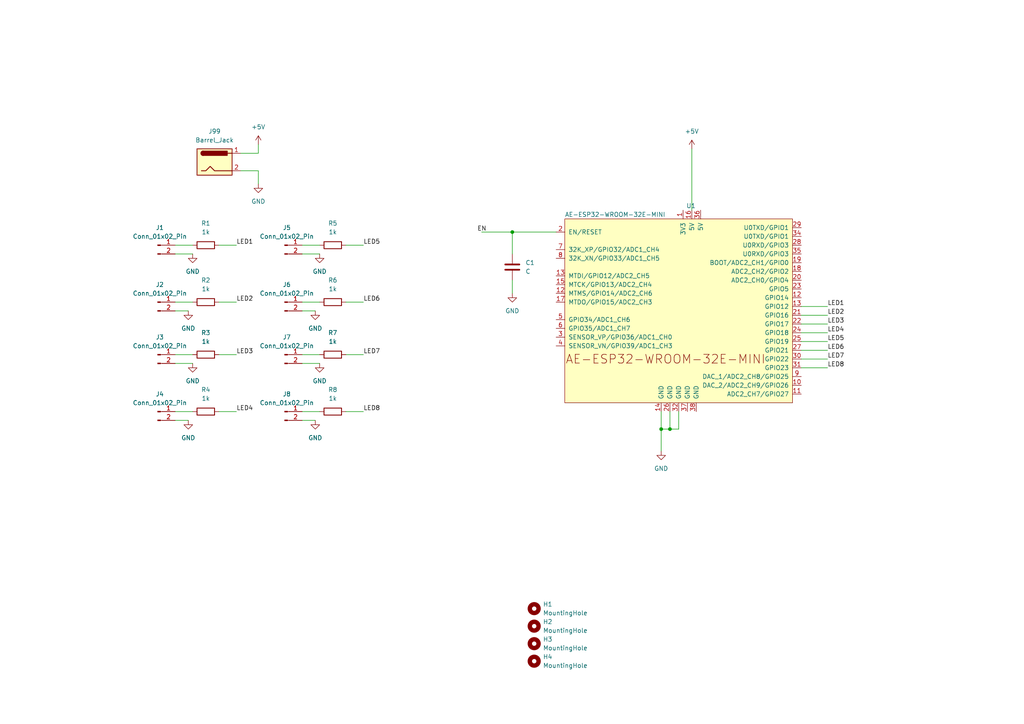
<source format=kicad_sch>
(kicad_sch (version 20230121) (generator eeschema)
  (paper "A4")
  (lib_symbols
    (symbol "Connector:Barrel_Jack" (pin_names (offset 1.016))
      (property "Reference" "J" (at 0 5.334 0))
      (property "Value" "Barrel_Jack" (at 0 -5.08 0))
      (symbol "Barrel_Jack_0_1"
        (rectangle (start -5.08 3.81) (end 5.08 -3.81) (stroke (width 0.254)) (fill (type background)))
        (arc (start -3.302 3.175) (mid -3.9343 2.54) (end -3.302 1.905) (stroke (width 0.254)))
        (arc (start -3.302 3.175) (mid -3.9343 2.54) (end -3.302 1.905) (stroke (width 0.254)) (fill (type outline)))
        (polyline (pts (xy 5.08 2.54) (xy 3.81 2.54)) (stroke (width 0.254)))
        (polyline (pts (xy -3.81 -2.54) (xy -2.54 -2.54) (xy -1.27 -1.27) (xy 0 -2.54) (xy 2.54 -2.54) (xy 5.08 -2.54)) (stroke (width 0.254)))
        (rectangle (start 3.683 3.175) (end -3.302 1.905) (stroke (width 0.254)) (fill (type outline)))
      )
      (symbol "Barrel_Jack_1_1"
        (pin passive line (at 7.62 2.54 180) (length 2.54) (name "~") (number "1"))
        (pin passive line (at 7.62 -2.54 180) (length 2.54) (name "~") (number "2"))
      )
    )
    (symbol "Connector:Conn_01x02_Pin" (pin_names (offset 1.016) hide)
      (property "Reference" "J" (at 0 2.54 0))
      (property "Value" "Conn_01x02_Pin" (at 0 -5.08 0))
      (symbol "Conn_01x02_Pin_1_1"
        (polyline (pts (xy 1.27 -2.54) (xy 0.8636 -2.54)) (stroke (width 0.1524)))
        (polyline (pts (xy 1.27 0) (xy 0.8636 0)) (stroke (width 0.1524)))
        (rectangle (start 0.8636 -2.413) (end 0 -2.667) (stroke (width 0.1524)) (fill (type outline)))
        (rectangle (start 0.8636 0.127) (end 0 -0.127) (stroke (width 0.1524)) (fill (type outline)))
        (pin passive line (at 5.08 0 180) (length 3.81) (name "Pin_1") (number "1"))
        (pin passive line (at 5.08 -2.54 180) (length 3.81) (name "Pin_2") (number "2"))
      )
    )
    (symbol "Device:C" (pin_numbers hide) (pin_names (offset 0.254))
      (property "Reference" "C" (at 0.635 2.54 0))
      (property "Value" "C" (at 0.635 -2.54 0))
      (symbol "C_0_1"
        (polyline (pts (xy -2.032 -0.762) (xy 2.032 -0.762)) (stroke (width 0.508)))
        (polyline (pts (xy -2.032 0.762) (xy 2.032 0.762)) (stroke (width 0.508)))
      )
      (symbol "C_1_1"
        (pin passive line (at 0 3.81 270) (length 2.794) (name "~") (number "1"))
        (pin passive line (at 0 -3.81 90) (length 2.794) (name "~") (number "2"))
      )
    )
    (symbol "Device:R" (pin_numbers hide) (pin_names (offset 0))
      (property "Reference" "R" (at 2.032 0 90))
      (property "Value" "R" (at 0 0 90))
      (symbol "R_0_1"
        (rectangle (start -1.016 -2.54) (end 1.016 2.54) (stroke (width 0.254)))
      )
      (symbol "R_1_1"
        (pin passive line (at 0 3.81 270) (length 1.27) (name "~") (number "1"))
        (pin passive line (at 0 -3.81 90) (length 1.27) (name "~") (number "2"))
      )
    )
    (symbol "Mechanical:MountingHole" (pin_names (offset 1.016))
      (property "Reference" "H" (at 0 5.08 0))
      (property "Value" "MountingHole" (at 0 3.175 0))
      (symbol "MountingHole_0_1"
        (circle (center 0 0) (radius 1.27) (stroke (width 1.27)))
      )
    )
    (symbol "power:+5V" (power) (pin_names (offset 0))
      (property "Value" "+5V" (at 0 3.556 0))
      (symbol "+5V_0_1"
        (polyline (pts (xy -0.762 1.27) (xy 0 2.54)))
        (polyline (pts (xy 0 0) (xy 0 2.54)))
        (polyline (pts (xy 0 2.54) (xy 0.762 1.27)))
      )
      (symbol "+5V_1_1"
        (pin power_in line (at 0 0 90) (length 0) hide (name "+5V") (number "1"))
      )
    )
    (symbol "power:GND" (power) (pin_names (offset 0))
      (property "Value" "GND" (at 0 -3.81 0))
      (symbol "GND_0_1"
        (polyline (pts (xy 0 0) (xy 0 -1.27) (xy 1.27 -1.27) (xy 0 -2.54) (xy -1.27 -1.27) (xy 0 -1.27)))
      )
      (symbol "GND_1_1"
        (pin power_in line (at 0 0 270) (length 0) hide (name "GND") (number "1"))
      )
    )
    (symbol "sasimaniki:AE-ESP32-WROOM-32E-MINI" (pin_names (offset 1.016))
      (property "Reference" "U" (at -33.02 27.94 0))
      (property "Value" "AE-ESP32-WROOM-32E-MINI" (at -30.48 25.4 0))
      (symbol "AE-ESP32-WROOM-32E-MINI_0_1"
        (rectangle (start -33.02 24.13) (end 33.02 -29.21) (fill (type background)))
      )
      (symbol "AE-ESP32-WROOM-32E-MINI_1_1"
        (text "AE-ESP32-WROOM-32E-MINI" (at -3.81 -16.51 0) (effects (font (size 2.54 2.54))))
        (pin power_in line (at 1.27 26.67 270) (length 2.54) (name "3V3") (number "1"))
        (pin bidirectional line (at 35.56 -24.13 180) (length 2.54) (name "DAC_2/ADC2_CH9/GPIO26") (number "10"))
        (pin bidirectional line (at 35.56 -26.67 180) (length 2.54) (name "ADC2_CH7/GPIO27") (number "11"))
        (pin bidirectional line (at 35.56 1.27 180) (length 2.54) (name "GPIO14") (number "12"))
        (pin bidirectional line (at -35.56 2.54 0) (length 2.54) (name "MTMS/GPIO14/ADC2_CH6") (number "12"))
        (pin bidirectional line (at 35.56 -1.27 180) (length 2.54) (name "GPIO12") (number "13"))
        (pin bidirectional line (at -35.56 7.62 0) (length 2.54) (name "MTDI/GPIO12/ADC2_CH5") (number "13"))
        (pin power_in line (at -5.08 -31.75 90) (length 2.54) (name "GND") (number "14"))
        (pin bidirectional line (at -35.56 5.08 0) (length 2.54) (name "MTCK/GPIO13/ADC2_CH4") (number "15"))
        (pin power_in line (at 3.81 26.67 270) (length 2.54) (name "5V") (number "16"))
        (pin bidirectional line (at -35.56 0 0) (length 2.54) (name "MTDO/GPIO15/ADC2_CH3") (number "17"))
        (pin bidirectional line (at 35.56 8.89 180) (length 2.54) (name "ADC2_CH2/GPIO2") (number "18"))
        (pin bidirectional line (at 35.56 11.43 180) (length 2.54) (name "BOOT/ADC2_CH1/GPIO0") (number "19"))
        (pin input line (at -35.56 20.32 0) (length 2.54) (name "EN/RESET") (number "2"))
        (pin bidirectional line (at 35.56 6.35 180) (length 2.54) (name "ADC2_CH0/GPIO4") (number "20"))
        (pin bidirectional line (at 35.56 -3.81 180) (length 2.54) (name "GPIO16") (number "21"))
        (pin bidirectional line (at 35.56 -6.35 180) (length 2.54) (name "GPIO17") (number "22"))
        (pin bidirectional line (at 35.56 3.81 180) (length 2.54) (name "GPIO5") (number "23"))
        (pin bidirectional line (at 35.56 -8.89 180) (length 2.54) (name "GPIO18") (number "24"))
        (pin bidirectional line (at 35.56 -11.43 180) (length 2.54) (name "GPIO19") (number "25"))
        (pin power_in line (at -2.54 -31.75 90) (length 2.54) (name "GND") (number "26"))
        (pin bidirectional line (at 35.56 -13.97 180) (length 2.54) (name "GPIO21") (number "27"))
        (pin bidirectional line (at 35.56 16.51 180) (length 2.54) (name "U0RXD/GPIO3") (number "28"))
        (pin bidirectional line (at 35.56 21.59 180) (length 2.54) (name "U0TXD/GPIO1") (number "29"))
        (pin input line (at -35.56 -10.16 0) (length 2.54) (name "SENSOR_VP/GPIO36/ADC1_CH0") (number "3"))
        (pin bidirectional line (at 35.56 -16.51 180) (length 2.54) (name "GPIO22") (number "30"))
        (pin bidirectional line (at 35.56 -19.05 180) (length 2.54) (name "GPIO23") (number "31"))
        (pin power_in line (at 0 -31.75 90) (length 2.54) (name "GND") (number "32"))
        (pin bidirectional line (at 35.56 19.05 180) (length 2.54) (name "U0TXD/GPIO1") (number "34"))
        (pin bidirectional line (at 35.56 13.97 180) (length 2.54) (name "U0RXD/GPIO3") (number "35"))
        (pin power_in line (at 6.35 26.67 270) (length 2.54) (name "5V") (number "36"))
        (pin power_in line (at 2.54 -31.75 90) (length 2.54) (name "GND") (number "37"))
        (pin power_in line (at 5.08 -31.75 90) (length 2.54) (name "GND") (number "38"))
        (pin input line (at -35.56 -12.7 0) (length 2.54) (name "SENSOR_VN/GPIO39/ADC1_CH3") (number "4"))
        (pin input line (at -35.56 -5.08 0) (length 2.54) (name "GPIO34/ADC1_CH6") (number "5"))
        (pin input line (at -35.56 -7.62 0) (length 2.54) (name "GPIO35/ADC1_CH7") (number "6"))
        (pin bidirectional line (at -35.56 15.24 0) (length 2.54) (name "32K_XP/GPIO32/ADC1_CH4") (number "7"))
        (pin bidirectional line (at -35.56 12.7 0) (length 2.54) (name "32K_XN/GPIO33/ADC1_CH5") (number "8"))
        (pin bidirectional line (at 35.56 -21.59 180) (length 2.54) (name "DAC_1/ADC2_CH8/GPIO25") (number "9"))
      )
    )
  )
  (junction (at 191.77 124.46))
  (junction (at 148.59 67.31))
  (junction (at 194.31 124.46))
  (wire (pts (xy 68.58 102.87) (xy 63.5 102.87)))
  (wire (pts (xy 55.88 71.12) (xy 50.8 71.12)))
  (wire (pts (xy 74.93 53.34) (xy 74.93 49.53)))
  (wire (pts (xy 55.88 119.38) (xy 50.8 119.38)))
  (wire (pts (xy 139.7 67.31) (xy 148.59 67.31)))
  (wire (pts (xy 54.61 90.17) (xy 50.8 90.17)))
  (wire (pts (xy 240.03 91.44) (xy 232.41 91.44)))
  (wire (pts (xy 74.93 49.53) (xy 69.85 49.53)))
  (wire (pts (xy 91.44 90.17) (xy 87.63 90.17)))
  (wire (pts (xy 148.59 73.66) (xy 148.59 67.31)))
  (wire (pts (xy 240.03 106.68) (xy 232.41 106.68)))
  (wire (pts (xy 92.71 73.66) (xy 87.63 73.66)))
  (wire (pts (xy 91.44 121.92) (xy 87.63 121.92)))
  (wire (pts (xy 68.58 87.63) (xy 63.5 87.63)))
  (wire (pts (xy 68.58 71.12) (xy 63.5 71.12)))
  (wire (pts (xy 105.41 119.38) (xy 100.33 119.38)))
  (wire (pts (xy 55.88 102.87) (xy 50.8 102.87)))
  (wire (pts (xy 200.66 43.18) (xy 200.66 60.96)))
  (wire (pts (xy 196.85 124.46) (xy 194.31 124.46)))
  (wire (pts (xy 92.71 105.41) (xy 87.63 105.41)))
  (wire (pts (xy 191.77 130.81) (xy 191.77 124.46)))
  (wire (pts (xy 92.71 71.12) (xy 87.63 71.12)))
  (wire (pts (xy 105.41 102.87) (xy 100.33 102.87)))
  (wire (pts (xy 240.03 101.6) (xy 232.41 101.6)))
  (wire (pts (xy 194.31 124.46) (xy 191.77 124.46)))
  (wire (pts (xy 92.71 102.87) (xy 87.63 102.87)))
  (wire (pts (xy 191.77 124.46) (xy 191.77 119.38)))
  (wire (pts (xy 74.93 44.45) (xy 69.85 44.45)))
  (wire (pts (xy 74.93 41.91) (xy 74.93 44.45)))
  (wire (pts (xy 240.03 93.98) (xy 232.41 93.98)))
  (wire (pts (xy 92.71 87.63) (xy 87.63 87.63)))
  (wire (pts (xy 148.59 67.31) (xy 161.29 67.31)))
  (wire (pts (xy 196.85 119.38) (xy 196.85 124.46)))
  (wire (pts (xy 194.31 119.38) (xy 194.31 124.46)))
  (wire (pts (xy 240.03 104.14) (xy 232.41 104.14)))
  (wire (pts (xy 240.03 88.9) (xy 232.41 88.9)))
  (wire (pts (xy 240.03 96.52) (xy 232.41 96.52)))
  (wire (pts (xy 105.41 87.63) (xy 100.33 87.63)))
  (wire (pts (xy 55.88 87.63) (xy 50.8 87.63)))
  (wire (pts (xy 92.71 119.38) (xy 87.63 119.38)))
  (wire (pts (xy 54.61 121.92) (xy 50.8 121.92)))
  (wire (pts (xy 55.88 73.66) (xy 50.8 73.66)))
  (wire (pts (xy 240.03 99.06) (xy 232.41 99.06)))
  (wire (pts (xy 55.88 105.41) (xy 50.8 105.41)))
  (wire (pts (xy 148.59 85.09) (xy 148.59 81.28)))
  (wire (pts (xy 105.41 71.12) (xy 100.33 71.12)))
  (wire (pts (xy 68.58 119.38) (xy 63.5 119.38)))
  (label "LED1" (at 68.58 71.12 0))
  (label "LED8" (at 105.41 119.38 0))
  (label "LED5" (at 105.41 71.12 0))
  (label "LED6" (at 240.03 101.6 0))
  (label "LED5" (at 240.03 99.06 0))
  (label "LED3" (at 240.03 93.98 0))
  (label "LED6" (at 105.41 87.63 0))
  (label "LED4" (at 240.03 96.52 0))
  (label "LED2" (at 68.58 87.63 0))
  (label "LED4" (at 68.58 119.38 0))
  (label "LED1" (at 240.03 88.9 0))
  (label "EN" (at 138.43 67.31 0))
  (label "LED8" (at 240.03 106.68 0))
  (label "LED3" (at 68.58 102.87 0))
  (label "LED2" (at 240.03 91.44 0))
  (label "LED7" (at 240.03 104.14 0))
  (label "LED7" (at 105.41 102.87 0))
  (symbol (lib_id "Device:R") (at 59.69 119.38 90) (unit 1)
    (property "Reference" "R4" (at 59.69 113.03 90))
    (property "Value" "1k" (at 59.69 115.57 90))
    (property "Footprint" "Resistor_THT:R_Axial_DIN0207_L6.3mm_D2.5mm_P10.16mm_Horizontal" (effects hide))
  )
  (symbol (lib_id "power:+5V") (at 74.93 41.91 0) (unit 1)
    (property "Reference" "#PWR04" (effects hide))
    (property "Value" "+5V" (at 74.93 36.83 0))
  )
  (symbol (lib_id "Device:R") (at 59.69 71.12 90) (unit 1)
    (property "Reference" "R1" (at 59.69 64.77 90))
    (property "Value" "1k" (at 59.69 67.31 90))
    (property "Footprint" "Resistor_THT:R_Axial_DIN0207_L6.3mm_D2.5mm_P10.16mm_Horizontal" (effects hide))
  )
  (symbol (lib_id "power:GND") (at 54.61 121.92 0) (unit 1)
    (property "Reference" "#PWR06" (effects hide))
    (property "Value" "GND" (at 54.61 127 0))
  )
  (symbol (lib_id "Connector:Barrel_Jack") (at 62.23 46.99 0) (unit 1)
    (property "Reference" "J99" (at 62.23 38.1 0))
    (property "Value" "Barrel_Jack" (at 62.23 40.64 0))
    (property "Footprint" "Connector_BarrelJack:BarrelJack_CUI_PJ-102AH_Horizontal" (effects hide))
  )
  (symbol (lib_id "Device:R") (at 59.69 102.87 90) (unit 1)
    (property "Reference" "R3" (at 59.69 96.52 90))
    (property "Value" "1k" (at 59.69 99.06 90))
    (property "Footprint" "Resistor_THT:R_Axial_DIN0207_L6.3mm_D2.5mm_P10.16mm_Horizontal" (effects hide))
  )
  (symbol (lib_id "power:GND") (at 92.71 105.41 0) (unit 1)
    (property "Reference" "#PWR013" (effects hide))
    (property "Value" "GND" (at 92.71 110.49 0))
  )
  (symbol (lib_id "Connector:Conn_01x02_Pin") (at 82.55 119.38 0) (unit 1)
    (property "Reference" "J8" (at 83.185 114.3 0))
    (property "Value" "Conn_01x02_Pin" (at 83.185 116.84 0))
    (property "Footprint" "Connector_PinHeader_2.54mm:PinHeader_1x02_P2.54mm_Vertical" (effects hide))
  )
  (symbol (lib_id "Connector:Conn_01x02_Pin") (at 45.72 102.87 0) (unit 1)
    (property "Reference" "J3" (at 46.355 97.79 0))
    (property "Value" "Conn_01x02_Pin" (at 46.355 100.33 0))
    (property "Footprint" "Connector_PinHeader_2.54mm:PinHeader_1x02_P2.54mm_Vertical" (effects hide))
  )
  (symbol (lib_id "Connector:Conn_01x02_Pin") (at 45.72 87.63 0) (unit 1)
    (property "Reference" "J2" (at 46.355 82.55 0))
    (property "Value" "Conn_01x02_Pin" (at 46.355 85.09 0))
    (property "Footprint" "Connector_PinHeader_2.54mm:PinHeader_1x02_P2.54mm_Vertical" (effects hide))
  )
  (symbol (lib_id "power:GND") (at 191.77 130.81 0) (unit 1)
    (property "Reference" "#PWR03" (effects hide))
    (property "Value" "GND" (at 191.77 135.89 0))
  )
  (symbol (lib_id "Connector:Conn_01x02_Pin") (at 82.55 87.63 0) (unit 1)
    (property "Reference" "J6" (at 83.185 82.55 0))
    (property "Value" "Conn_01x02_Pin" (at 83.185 85.09 0))
    (property "Footprint" "Connector_PinHeader_2.54mm:PinHeader_1x02_P2.54mm_Vertical" (effects hide))
  )
  (symbol (lib_id "power:GND") (at 91.44 121.92 0) (unit 1)
    (property "Reference" "#PWR012" (effects hide))
    (property "Value" "GND" (at 91.44 127 0))
  )
  (symbol (lib_id "sasimaniki:AE-ESP32-WROOM-32E-MINI") (at 196.85 87.63 0) (unit 1)
    (property "Reference" "U1" (at 199.0441 59.69 0) (effects (justify left)))
    (property "Value" "AE-ESP32-WROOM-32E-MINI" (at 163.83 62.23 0) (effects (justify left)))
    (property "Footprint" "sasimaniki:AE-ESP32-WROOM-32E-MINI" (effects hide))
    (property "Datasheet" "https://akizukidenshi.com/catalog/g/g116108/" (effects hide))
  )
  (symbol (lib_id "Connector:Conn_01x02_Pin") (at 82.55 102.87 0) (unit 1)
    (property "Reference" "J7" (at 83.185 97.79 0))
    (property "Value" "Conn_01x02_Pin" (at 83.185 100.33 0))
    (property "Footprint" "Connector_PinHeader_2.54mm:PinHeader_1x02_P2.54mm_Vertical" (effects hide))
  )
  (symbol (lib_id "power:GND") (at 148.59 85.09 0) (unit 1)
    (property "Reference" "#PWR05" (effects hide))
    (property "Value" "GND" (at 148.59 90.17 0))
  )
  (symbol (lib_id "Mechanical:MountingHole") (at 154.94 191.77 0) (unit 1)
    (property "Reference" "H4" (at 157.48 190.5 0) (effects (justify left)))
    (property "Value" "MountingHole" (at 157.48 193.04 0) (effects (justify left)))
    (property "Footprint" "MountingHole:MountingHole_2.2mm_M2" (effects hide))
  )
  (symbol (lib_id "Device:R") (at 96.52 102.87 90) (unit 1)
    (property "Reference" "R7" (at 96.52 96.52 90))
    (property "Value" "1k" (at 96.52 99.06 90))
    (property "Footprint" "Resistor_THT:R_Axial_DIN0207_L6.3mm_D2.5mm_P10.16mm_Horizontal" (effects hide))
  )
  (symbol (lib_id "Connector:Conn_01x02_Pin") (at 82.55 71.12 0) (unit 1)
    (property "Reference" "J5" (at 83.185 66.04 0))
    (property "Value" "Conn_01x02_Pin" (at 83.185 68.58 0))
    (property "Footprint" "Connector_PinHeader_2.54mm:PinHeader_1x02_P2.54mm_Vertical" (effects hide))
  )
  (symbol (lib_id "Connector:Conn_01x02_Pin") (at 45.72 71.12 0) (unit 1)
    (property "Reference" "J1" (at 46.355 66.04 0))
    (property "Value" "Conn_01x02_Pin" (at 46.355 68.58 0))
    (property "Footprint" "Connector_PinHeader_2.54mm:PinHeader_1x02_P2.54mm_Vertical" (effects hide))
  )
  (symbol (lib_id "power:GND") (at 55.88 105.41 0) (unit 1)
    (property "Reference" "#PWR07" (effects hide))
    (property "Value" "GND" (at 55.88 110.49 0))
  )
  (symbol (lib_id "Mechanical:MountingHole") (at 154.94 181.61 0) (unit 1)
    (property "Reference" "H2" (at 157.48 180.34 0) (effects (justify left)))
    (property "Value" "MountingHole" (at 157.48 182.88 0) (effects (justify left)))
    (property "Footprint" "MountingHole:MountingHole_2.2mm_M2" (effects hide))
  )
  (symbol (lib_id "Mechanical:MountingHole") (at 154.94 186.69 0) (unit 1)
    (property "Reference" "H3" (at 157.48 185.42 0) (effects (justify left)))
    (property "Value" "MountingHole" (at 157.48 187.96 0) (effects (justify left)))
    (property "Footprint" "MountingHole:MountingHole_2.2mm_M2" (effects hide))
  )
  (symbol (lib_id "Connector:Conn_01x02_Pin") (at 45.72 119.38 0) (unit 1)
    (property "Reference" "J4" (at 46.355 114.3 0))
    (property "Value" "Conn_01x02_Pin" (at 46.355 116.84 0))
    (property "Footprint" "Connector_PinHeader_2.54mm:PinHeader_1x02_P2.54mm_Vertical" (effects hide))
  )
  (symbol (lib_id "Device:C") (at 148.59 77.47 0) (unit 1)
    (property "Reference" "C1" (at 152.4 76.2 0) (effects (justify left)))
    (property "Value" "C" (at 152.4 78.74 0) (effects (justify left)))
    (property "Footprint" "Capacitor_SMD:C_0603_1608Metric_Pad1.08x0.95mm_HandSolder" (effects hide))
  )
  (symbol (lib_id "power:+5V") (at 200.66 43.18 0) (unit 1)
    (property "Reference" "#PWR02" (effects hide))
    (property "Value" "+5V" (at 200.66 38.1 0))
  )
  (symbol (lib_id "Device:R") (at 96.52 119.38 90) (unit 1)
    (property "Reference" "R8" (at 96.52 113.03 90))
    (property "Value" "1k" (at 96.52 115.57 90))
    (property "Footprint" "Resistor_THT:R_Axial_DIN0207_L6.3mm_D2.5mm_P10.16mm_Horizontal" (effects hide))
  )
  (symbol (lib_id "Device:R") (at 96.52 87.63 90) (unit 1)
    (property "Reference" "R6" (at 96.52 81.28 90))
    (property "Value" "1k" (at 96.52 83.82 90))
    (property "Footprint" "Resistor_THT:R_Axial_DIN0207_L6.3mm_D2.5mm_P10.16mm_Horizontal" (effects hide))
  )
  (symbol (lib_id "Device:R") (at 96.52 71.12 90) (unit 1)
    (property "Reference" "R5" (at 96.52 64.77 90))
    (property "Value" "1k" (at 96.52 67.31 90))
    (property "Footprint" "Resistor_THT:R_Axial_DIN0207_L6.3mm_D2.5mm_P10.16mm_Horizontal" (effects hide))
  )
  (symbol (lib_id "power:GND") (at 55.88 73.66 0) (unit 1)
    (property "Reference" "#PWR09" (effects hide))
    (property "Value" "GND" (at 55.88 78.74 0))
  )
  (symbol (lib_id "Device:R") (at 59.69 87.63 90) (unit 1)
    (property "Reference" "R2" (at 59.69 81.28 90))
    (property "Value" "1k" (at 59.69 83.82 90))
    (property "Footprint" "Resistor_THT:R_Axial_DIN0207_L6.3mm_D2.5mm_P10.16mm_Horizontal" (effects hide))
  )
  (symbol (lib_id "power:GND") (at 74.93 53.34 0) (unit 1)
    (property "Reference" "#PWR011" (effects hide))
    (property "Value" "GND" (at 74.93 58.42 0))
  )
  (symbol (lib_id "power:GND") (at 91.44 90.17 0) (unit 1)
    (property "Reference" "#PWR08" (effects hide))
    (property "Value" "GND" (at 91.44 95.25 0))
  )
  (symbol (lib_id "Mechanical:MountingHole") (at 154.94 176.53 0) (unit 1)
    (property "Reference" "H1" (at 157.48 175.26 0) (effects (justify left)))
    (property "Value" "MountingHole" (at 157.48 177.8 0) (effects (justify left)))
    (property "Footprint" "MountingHole:MountingHole_2.2mm_M2" (effects hide))
  )
  (symbol (lib_id "power:GND") (at 54.61 90.17 0) (unit 1)
    (property "Reference" "#PWR01" (effects hide))
    (property "Value" "GND" (at 54.61 95.25 0))
  )
  (symbol (lib_id "power:GND") (at 92.71 73.66 0) (unit 1)
    (property "Reference" "#PWR010" (effects hide))
    (property "Value" "GND" (at 92.71 78.74 0))
  )
)
</source>
